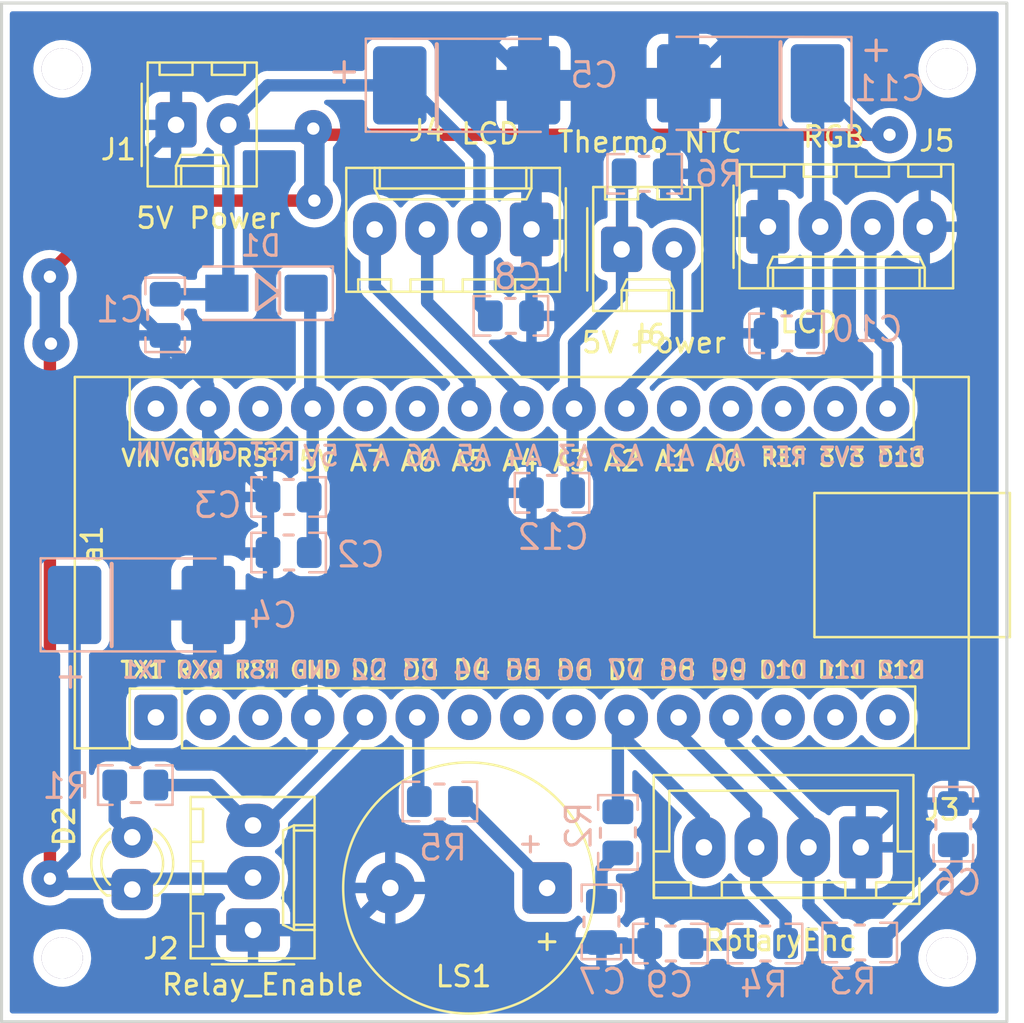
<source format=kicad_pcb>
(kicad_pcb (version 20211014) (generator pcbnew)
  (layers (0 "F.Cu" signal) (31 "B.Cu" signal) (34 "B.Paste" user) (35 "F.Paste" user) (36 "B.SilkS" user "B.Silkscreen") (37 "F.SilkS" user "F.Silkscreen") (38 "B.Mask" user) (39 "F.Mask" user) (44 "Edge.Cuts" user))
  (net 0 "")
  (net 1 "GND")
  (net 2 "/buzzer_enable")
  (net 3 "/heater_relay_enable")
  (net 4 "/rot_button_mcu")
  (net 5 "/rot_left_mcu")
  (net 6 "/rot_right_mcu")
  (net 7 "/rgb_led")
  (net 8 "/enable_ntc_check")
  (net 9 "/ntc_temp_adc")
  (net 10 "/sda")
  (net 11 "/scl")
  (net 12 "5V_arduino")
  (net 13 "5V")
  (net 14 "Net-(C7-Pad1)")
  (net 15 "Net-(D2-PadK)")
  (net 16 "Net-(LS1-Pad1)")
  (net 34 "Net-(C6-Pad1)")
  (net 35 "Net-(C9-Pad1)")
  (footprint "myFootPrintLibs:LED_D3.0mm" (layer "F.Cu") (at 59.4 73.675 90)
    (fp_text reference "D2" (at 3.075 -3.3 90) (layer "F.SilkS"))
    (fp_text value "LED" hide)
    (pad "A" thru_hole roundrect (at 0 0 90) (size 2 2) (drill 0.8) (layers *.Cu *.Mask) (roundrect_rratio 0.22) (net 13 "5V"))
    (pad "K" thru_hole oval (at 2.54 0 90) (size 2 2) (drill 0.8) (layers *.Cu *.Mask) (net 15 "Net-(D2-PadK)"))
  )
  (footprint "myFootPrintLibs:Arduino_Nano_order" (layer "F.Cu") (at 60.55 65.41 90)
    (fp_text reference "a1" (at 8.5 -3.1 -90) (layer "F.SilkS"))
    (fp_text value "Arduino_Nano_v2.x")
    (fp_text user "D13 3V3 REF" (at 12.8 33.4 unlocked) (layer "B.SilkS") (effects (font (size 0.8 0.8)) (justify mirror)))
    (fp_text user "A0 A1 A2 A3 A4 A5 A6 A7 5V" (at 12.8 17.9 unlocked) (layer "B.SilkS") (effects (font (size 0.96 0.96)) (justify mirror)))
    (fp_text user "RST GND VIN" (at 13 2.9 unlocked) (layer "B.SilkS") (effects (font (size 0.8 0.8)) (justify mirror)))
    (fp_text user "GND RST RX0 TX1" (at 2.4 3.7 unlocked) (layer "B.SilkS") (effects (font (size 0.78 0.78)) (justify mirror)))
    (fp_text user "D9 D8 D7 D6 D5 D4 D3 D2" (at 2.4 19.1 unlocked) (layer "B.SilkS") (effects (font (size 0.92 0.92)) (justify mirror)))
    (fp_text user "D12 D11 D10" (at 2.4 33.4 unlocked) (layer "B.SilkS") (effects (font (size 0.78 0.78)) (justify mirror)))
    (fp_text user "TX1 RX0 RST GND" (at 2.4 3.6 unlocked) (layer "F.SilkS") (effects (font (size 0.78 0.78))))
    (fp_text user "REF 3V3 D13" (at 12.7 33.4 unlocked) (layer "F.SilkS") (effects (font (size 0.8 0.8))))
    (fp_text user "D2 D3 D4 D5 D6 D7 D8 D9" (at 2.4 19.1 unlocked) (layer "F.SilkS") (effects (font (size 0.92 0.92))))
    (fp_text user "D10 D11 D12" (at 2.4 33.3 unlocked) (layer "F.SilkS") (effects (font (size 0.78 0.78))))
    (fp_text user "VIN GND RST" (at 12.7 2.2 unlocked) (layer "F.SilkS") (effects (font (size 0.8 0.8))))
    (fp_text user "5V A7 A6 A5 A4 A3 A2 A1 A0" (at 12.55 17.7 unlocked) (layer "F.SilkS") (effects (font (size 0.96 0.96))))
    (pad "1" thru_hole roundrect (at 0.1 0 90) (size 2.2 2.1) (drill 0.8) (layers *.Cu *.Mask) (roundrect_rratio 0.15))
    (pad "2" thru_hole oval (at 0.1 2.54 90) (size 2.2 2.1) (drill 0.8) (layers *.Cu *.Mask))
    (pad "3" thru_hole oval (at 0.1 5.08 90) (size 2.2 2.1) (drill 0.8) (layers *.Cu *.Mask))
    (pad "4" thru_hole oval (at 0.1 7.62 90) (size 2.2 2.1) (drill 0.8) (layers *.Cu *.Mask) (net 1 "GND"))
    (pad "5" thru_hole oval (at 0.1 10.16 90) (size 2.2 2.1) (drill 0.8) (layers *.Cu *.Mask) (net 3 "/heater_relay_enable"))
    (pad "6" thru_hole oval (at 0.1 12.7 90) (size 2.2 2.1) (drill 0.8) (layers *.Cu *.Mask) (net 2 "/buzzer_enable"))
    (pad "7" thru_hole oval (at 0.1 15.24 90) (size 2.2 2.1) (drill 0.8) (layers *.Cu *.Mask))
    (pad "8" thru_hole oval (at 0.1 17.78 90) (size 2.2 2.1) (drill 0.8) (layers *.Cu *.Mask))
    (pad "9" thru_hole oval (at 0.1 20.32 90) (size 2.2 2.1) (drill 0.8) (layers *.Cu *.Mask))
    (pad "10" thru_hole oval (at 0.1 22.86 90) (size 2.2 2.1) (drill 0.8) (layers *.Cu *.Mask) (net 4 "/rot_button_mcu"))
    (pad "11" thru_hole oval (at 0.1 25.4 90) (size 2.2 2.1) (drill 0.8) (layers *.Cu *.Mask) (net 5 "/rot_left_mcu"))
    (pad "12" thru_hole oval (at 0.1 27.94 90) (size 2.2 2.1) (drill 0.8) (layers *.Cu *.Mask) (net 6 "/rot_right_mcu"))
    (pad "13" thru_hole oval (at 0.1 30.48 90) (size 2.2 2.1) (drill 0.8) (layers *.Cu *.Mask))
    (pad "14" thru_hole oval (at 0.1 33.02 90) (size 2.2 2.1) (drill 0.8) (layers *.Cu *.Mask))
    (pad "15" thru_hole oval (at 0.1 35.56 90) (size 2.2 2.1) (drill 0.8) (layers *.Cu *.Mask))
    (pad "16" thru_hole oval (at 15.1 35.56 90) (size 2.2 2.1) (drill 0.8) (layers *.Cu *.Mask) (net 7 "/rgb_led"))
    (pad "17" thru_hole oval (at 15.1 33.02 90) (size 2.2 2.1) (drill 0.8) (layers *.Cu *.Mask))
    (pad "18" thru_hole oval (at 15.1 30.48 90) (size 2.2 2.1) (drill 0.8) (layers *.Cu *.Mask))
    (pad "19" thru_hole oval (at 15.1 27.94 90) (size 2.2 2.1) (drill 0.8) (layers *.Cu *.Mask))
    (pad "20" thru_hole oval (at 15.1 25.4 90) (size 2.2 2.1) (drill 0.8) (layers *.Cu *.Mask))
    (pad "21" thru_hole oval (at 15.1 22.86 90) (size 2.2 2.1) (drill 0.8) (layers *.Cu *.Mask) (net 8 "/enable_ntc_check"))
    (pad "22" thru_hole oval (at 15.1 20.32 90) (size 2.2 2.1) (drill 0.8) (layers *.Cu *.Mask) (net 9 "/ntc_temp_adc"))
    (pad "23" thru_hole oval (at 15.1 17.78 90) (size 2.2 2.1) (drill 0.8) (layers *.Cu *.Mask) (net 10 "/sda"))
    (pad "24" thru_hole oval (at 15.1 15.24 90) (size 2.2 2.1) (drill 0.8) (layers *.Cu *.Mask) (net 11 "/scl"))
    (pad "25" thru_hole oval (at 15.1 12.7 90) (size 2.2 2.1) (drill 0.8) (layers *.Cu *.Mask))
    (pad "26" thru_hole oval (at 15.1 10.16 90) (size 2.2 2.1) (drill 0.8) (layers *.Cu *.Mask))
    (pad "27" thru_hole oval (at 15.1 7.62 90) (size 2.2 2.1) (drill 0.8) (layers *.Cu *.Mask) (net 12 "5V_arduino"))
    (pad "28" thru_hole oval (at 15.1 5.08 90) (size 2.2 2.1) (drill 0.8) (layers *.Cu *.Mask))
    (pad "29" thru_hole oval (at 15.1 2.54 90) (size 2.2 2.1) (drill 0.8) (layers *.Cu *.Mask) (net 1 "GND"))
    (pad "30" thru_hole oval (at 15.1 0 90) (size 2.2 2.1) (drill 0.8) (layers *.Cu *.Mask))
  )
  (footprint "myFootPrintLibs:MountingHole_2.0mm" (layer "F.Cu") (at 56 33.8)
    (fp_text reference "H3" hide)
    (fp_text value "MountingHole" hide)
    (pad "" thru_hole circle locked (at 0 0) (size 2 2) (drill 2) (layers *.Cu *.Mask))
  )
  (footprint "myFootPrintLibs:MountingHole_2.0mm" (layer "F.Cu") (at 99 77)
    (fp_text reference "H1" hide)
    (fp_text value "MountingHole" hide)
    (pad "" thru_hole circle locked (at 0 0) (size 2 2) (drill 2) (layers *.Cu *.Mask))
  )
  (footprint "myFootPrintLibs:MountingHole_2.0mm" (layer "F.Cu") (at 56 77)
    (fp_text reference "H4" hide)
    (fp_text value "MountingHole" hide)
    (pad "" thru_hole circle locked (at 0 0) (size 2 2) (drill 2) (layers *.Cu *.Mask))
  )
  (footprint "myFootPrintLibs:Molex_KK-254_1x02_P2.54mm_Vertical_order" (layer "F.Cu") (at 83.18 42.57)
    (fp_text reference "J6" (at 1.32 4.18 180) (layer "F.SilkS"))
    (fp_text value "Thermo JST_2.54_1X02")
    (fp_text user "5V Power" (at 1.57 4.53 180) (layer "F.SilkS"))
    (fp_text user "Thermo NTC" (at 1.37 -5.22) (layer "F.SilkS"))
    (pad "1" thru_hole roundrect (at 0 0) (size 2 2.2) (drill 0.8) (layers *.Cu *.Mask) (roundrect_rratio 0.144) (net 9 "/ntc_temp_adc"))
    (pad "2" thru_hole oval (at 2.54 0) (size 2.1 2.1) (drill 0.8) (layers *.Cu *.Mask) (net 8 "/enable_ntc_check"))
  )
  (footprint "myFootPrintLibs:Molex_KK-254_AE-6410-03A_1x03_P2.54mm_Vertical" (layer "F.Cu") (at 65.27 75.64 90)
    (fp_text reference "J2" (at -0.91 -4.47 180) (layer "F.SilkS"))
    (fp_text value "Conn_01x03")
    (fp_text user "Relay_Enable" (at -2.66 0.48 180) (layer "F.SilkS"))
    (pad "1" thru_hole roundrect (at 0 0 90) (size 2.1 2.6) (drill 0.8) (layers *.Cu *.Mask) (roundrect_rratio 0.144) (net 1 "GND"))
    (pad "2" thru_hole oval (at 2.54 0 90) (size 2.1 2.6) (drill 0.8) (layers *.Cu *.Mask) (net 13 "5V"))
    (pad "3" thru_hole oval (at 5.08 0 90) (size 2.1 2.6) (drill 0.8) (layers *.Cu *.Mask) (net 3 "/heater_relay_enable"))
  )
  (footprint "myFootPrintLibs:JST_XH_1x04_P2.54mm_Vertical" (layer "F.Cu") (at 94.8 71.625 180)
    (fp_text reference "J3" (at -3.95 1.825) (layer "F.SilkS"))
    (fp_text value "XH2.54_1X04_RotaryEnc")
    (fp_text user "RotaryEnc" (at 3.9 -4.525 unlocked) (layer "F.SilkS"))
    (pad "1" thru_hole roundrect (at 0 0 180) (size 2.1 3) (drill 0.8) (layers *.Cu *.Mask) (roundrect_rratio 0.147) (net 1 "GND"))
    (pad "2" thru_hole oval (at 2.54 0 180) (size 2.1 3) (drill 0.8) (layers *.Cu *.Mask) (net 6 "/rot_right_mcu"))
    (pad "3" thru_hole oval (at 5.08 0 180) (size 2.1 3) (drill 0.8) (layers *.Cu *.Mask) (net 5 "/rot_left_mcu"))
    (pad "4" thru_hole oval (at 7.62 0 180) (size 2.1 3) (drill 0.8) (layers *.Cu *.Mask) (net 4 "/rot_button_mcu"))
  )
  (footprint "myFootPrintLibs:Molex_KK-254_1x02_P2.54mm_Vertical_order" (layer "F.Cu") (at 61.53 36.52)
    (fp_text reference "J1" (at -2.8 1.2) (layer "F.SilkS"))
    (fp_text value "Conn_01x02_Male")
    (fp_text user "5V Power" (at 1.57 4.53 180) (layer "F.SilkS"))
    (pad "1" thru_hole roundrect (at 0 0) (size 2 2.2) (drill 0.8) (layers *.Cu *.Mask) (roundrect_rratio 0.144) (net 1 "GND"))
    (pad "2" thru_hole oval (at 2.54 0) (size 2.1 2.1) (drill 0.8) (layers *.Cu *.Mask) (net 13 "5V"))
  )
  (footprint "myFootPrintLibs:Molex_KK-254_1x04_P2.54mm_Vertical_order" (layer "F.Cu") (at 90.29 41.47)
    (fp_text reference "J5" (at 8.21 -4.17 180) (layer "F.SilkS"))
    (fp_text value "RGB Conn_01x04")
    (fp_text user "RGB" (at 3.21 -4.37) (layer "F.SilkS"))
    (fp_text user "LCD" (at 2 4.65 -180) (layer "F.SilkS"))
    (pad "1" thru_hole roundrect (at 0 0) (size 2.1 2.6) (drill 0.8) (layers *.Cu *.Mask) (roundrect_rratio 0.144) (net 1 "GND"))
    (pad "2" thru_hole oval (at 2.54 0) (size 2.1 2.6) (drill 0.8) (layers *.Cu *.Mask) (net 13 "5V"))
    (pad "3" thru_hole oval (at 5.08 0) (size 2.1 2.6) (drill 0.8) (layers *.Cu *.Mask) (net 7 "/rgb_led"))
    (pad "4" thru_hole oval (at 7.62 0) (size 2.1 2.6) (drill 0.8) (layers *.Cu *.Mask) (net 1 "GND"))
  )
  (footprint "myFootPrintLibs:Buzzer_12x9.5RM7.6" (layer "F.Cu") (at 75.75 73.6 180)
    (fp_text reference "LS1" (at 0.25 -4.3) (layer "F.SilkS"))
    (fp_text value "Speaker")
    (fp_text user "+" (at -3 2.2) (layer "B.SilkS"))
    (fp_text user "+" (at -3.81 -2.54) (layer "F.SilkS"))
    (pad "1" thru_hole roundrect (at -3.81 0 180) (size 2.4 2.5) (drill 0.8) (layers *.Cu *.Mask) (roundrect_rratio 0.15) (net 16 "Net-(LS1-Pad1)"))
    (pad "2" thru_hole oval (at 3.81 0 180) (size 2.4 2.5) (drill 0.8) (layers *.Cu *.Mask) (net 1 "GND"))
  )
  (footprint "myFootPrintLibs:Molex_KK-254_1x04_P2.54mm_Vertical_order" (layer "F.Cu") (at 78.8 41.6 180)
    (fp_text reference "J4" (at 5.1 4.8) (layer "F.SilkS"))
    (fp_text value "LCD_JST_2.54_1X04")
    (fp_text user "LCD" (at 2 4.65) (layer "F.SilkS"))
    (pad "1" thru_hole roundrect (at 0 0 180) (size 2.1 2.6) (drill 0.8) (layers *.Cu *.Mask) (roundrect_rratio 0.144) (net 1 "GND"))
    (pad "2" thru_hole oval (at 2.54 0 180) (size 2.1 2.6) (drill 0.8) (layers *.Cu *.Mask) (net 13 "5V"))
    (pad "3" thru_hole oval (at 5.08 0 180) (size 2.1 2.6) (drill 0.8) (layers *.Cu *.Mask) (net 10 "/sda"))
    (pad "4" thru_hole oval (at 7.62 0 180) (size 2.1 2.6) (drill 0.8) (layers *.Cu *.Mask) (net 11 "/scl"))
  )
  (footprint "myFootPrintLibs:MountingHole_2.0mm" (layer "F.Cu") (at 99 33.8)
    (fp_text reference "H2" hide)
    (fp_text value "MountingHole" hide)
    (pad "" thru_hole circle locked (at 0 0) (size 2 2) (drill 2) (layers *.Cu *.Mask))
  )
  (footprint "myFootPrintLibs:CP_EIA-7343-20_Kemet-V_Pad2.25x2.55mm_HandSolder" (layer "B.Cu") (at 89.5 34.5 180)
    (fp_text reference "C11" (at -6.7 -0.25 180) (layer "B.SilkS") (effects (font (size 1.2 1.2)) (justify mirror)))
    (fp_text value "330uf")
    (fp_text user "+" (at -6.05 1.7) (layer "B.SilkS") (effects (font (size 1.3 1.3) (thickness 0.16)) (justify mirror)))
    (pad "1" smd roundrect (at -3.2 0 180) (size 2.6 3.8) (layers "B.Cu" "B.Paste" "B.Mask") (roundrect_rratio 0.111) (net 13 "5V"))
    (pad "2" smd roundrect (at 3.3 0 180) (size 2.6 3.8) (layers "B.Cu" "B.Paste" "B.Mask") (roundrect_rratio 0.111) (net 1 "GND"))
  )
  (footprint "myFootPrintLibs:R_C_0805_2012Metric_Pad1.20x1.50mm_HandSolder" (layer "B.Cu") (at 83 70.9 90)
    (fp_text reference "R2" (at 0.33 -1.9 90) (layer "B.SilkS") (effects (font (size 1.2 1.2) (thickness 0.155)) (justify mirror)))
    (fp_text value "4.7k")
    (pad "1" smd roundrect (at -1 0 90) (size 1.2 1.5) (layers "B.Cu" "B.Paste" "B.Mask") (roundrect_rratio 0.208) (net 14 "Net-(C7-Pad1)"))
    (pad "2" smd roundrect (at 1 0 90) (size 1.2 1.5) (layers "B.Cu" "B.Paste" "B.Mask") (roundrect_rratio 0.208) (net 4 "/rot_button_mcu"))
  )
  (footprint "myFootPrintLibs:R_C_0805_2012Metric_Pad1.20x1.50mm_HandSolder" (layer "B.Cu") (at 59.55 68.6 180)
    (fp_text reference "R1" (at 3.35 -0.05) (layer "B.SilkS") (effects (font (size 1.2 1.2) (thickness 0.155)) (justify mirror)))
    (fp_text value "3k")
    (pad "1" smd roundrect (at -1 0 180) (size 1.2 1.5) (layers "B.Cu" "B.Paste" "B.Mask") (roundrect_rratio 0.208) (net 3 "/heater_relay_enable"))
    (pad "2" smd roundrect (at 1 0 180) (size 1.2 1.5) (layers "B.Cu" "B.Paste" "B.Mask") (roundrect_rratio 0.208) (net 15 "Net-(D2-PadK)"))
  )
  (footprint "myFootPrintLibs:R_C_0805_2012Metric_Pad1.20x1.50mm_HandSolder" (layer "B.Cu") (at 77.8 45.8)
    (fp_text reference "C8" (at 0.33 -1.9) (layer "B.SilkS") (effects (font (size 1.2 1.2) (thickness 0.155)) (justify mirror)))
    (fp_text value "47uf")
    (pad "1" smd roundrect (at -1 0) (size 1.2 1.5) (layers "B.Cu" "B.Paste" "B.Mask") (roundrect_rratio 0.208) (net 13 "5V"))
    (pad "2" smd roundrect (at 1 0) (size 1.2 1.5) (layers "B.Cu" "B.Paste" "B.Mask") (roundrect_rratio 0.208) (net 1 "GND"))
  )
  (footprint "myFootPrintLibs:R_C_0805_2012Metric_Pad1.20x1.50mm_HandSolder" (layer "B.Cu") (at 85.55 76.3 180)
    (fp_text reference "C9" (at 0.05 -2) (layer "B.SilkS") (effects (font (size 1.2 1.2) (thickness 0.155)) (justify mirror)))
    (fp_text value "100nf")
    (pad "1" smd roundrect (at -1 0 180) (size 1.2 1.5) (layers "B.Cu" "B.Paste" "B.Mask") (roundrect_rratio 0.208) (net 35 "Net-(C9-Pad1)"))
    (pad "2" smd roundrect (at 1 0 180) (size 1.2 1.5) (layers "B.Cu" "B.Paste" "B.Mask") (roundrect_rratio 0.208) (net 1 "GND"))
  )
  (footprint "myFootPrintLibs:R_C_0805_2012Metric_Pad1.20x1.50mm_HandSolder" (layer "B.Cu") (at 74.35 69.4)
    (fp_text reference "R5" (at 0.155 2.25) (layer "B.SilkS") (effects (font (size 1.2 1.2) (thickness 0.155)) (justify mirror)))
    (fp_text value "120")
    (pad "1" smd roundrect (at -1 0) (size 1.2 1.5) (layers "B.Cu" "B.Paste" "B.Mask") (roundrect_rratio 0.208) (net 2 "/buzzer_enable"))
    (pad "2" smd roundrect (at 1 0) (size 1.2 1.5) (layers "B.Cu" "B.Paste" "B.Mask") (roundrect_rratio 0.208) (net 16 "Net-(LS1-Pad1)"))
  )
  (footprint "myFootPrintLibs:CP_EIA-7343-20_Kemet-V_Pad2.25x2.55mm_HandSolder" (layer "B.Cu") (at 59.8 59.85)
    (fp_text reference "C4" (at 6.45 0.5 180) (layer "B.SilkS") (effects (font (size 1.2 1.2)) (justify mirror)))
    (fp_text value "220uf")
    (fp_text user "+" (at -3.4 3.4) (layer "B.SilkS") (effects (font (size 1.3 1.3) (thickness 0.16)) (justify mirror)))
    (pad "1" smd roundrect (at -3.2 0) (size 2.6 3.8) (layers "B.Cu" "B.Paste" "B.Mask") (roundrect_rratio 0.111) (net 13 "5V"))
    (pad "2" smd roundrect (at 3.3 0) (size 2.6 3.8) (layers "B.Cu" "B.Paste" "B.Mask") (roundrect_rratio 0.111) (net 1 "GND"))
  )
  (footprint "myFootPrintLibs:R_C_0805_2012Metric_Pad1.20x1.50mm_HandSolder" (layer "B.Cu") (at 79.8 54.4 180)
    (fp_text reference "C12" (at -0.05 -2.15) (layer "B.SilkS") (effects (font (size 1.2 1.2) (thickness 0.155)) (justify mirror)))
    (fp_text value "1nf")
    (pad "1" smd roundrect (at -1 0 180) (size 1.2 1.5) (layers "B.Cu" "B.Paste" "B.Mask") (roundrect_rratio 0.208) (net 9 "/ntc_temp_adc"))
    (pad "2" smd roundrect (at 1 0 180) (size 1.2 1.5) (layers "B.Cu" "B.Paste" "B.Mask") (roundrect_rratio 0.208) (net 1 "GND"))
  )
  (footprint "myFootPrintLibs:R_C_0805_2012Metric_Pad1.20x1.50mm_HandSolder" (layer "B.Cu") (at 67 54.6 180)
    (fp_text reference "C3" (at 3.45 -0.4) (layer "B.SilkS") (effects (font (size 1.2 1.2) (thickness 0.155)) (justify mirror)))
    (fp_text value "47uf")
    (pad "1" smd roundrect (at -1 0 180) (size 1.2 1.5) (layers "B.Cu" "B.Paste" "B.Mask") (roundrect_rratio 0.208) (net 12 "5V_arduino"))
    (pad "2" smd roundrect (at 1 0 180) (size 1.2 1.5) (layers "B.Cu" "B.Paste" "B.Mask") (roundrect_rratio 0.208) (net 1 "GND"))
  )
  (footprint "myFootPrintLibs:R_C_0805_2012Metric_Pad1.20x1.50mm_HandSolder" (layer "B.Cu") (at 84.3 38.9)
    (fp_text reference "R6" (at 3.6 0) (layer "B.SilkS") (effects (font (size 1.2 1.2) (thickness 0.155)) (justify mirror)))
    (fp_text value "100k")
    (pad "1" smd roundrect (at -1 0) (size 1.2 1.5) (layers "B.Cu" "B.Paste" "B.Mask") (roundrect_rratio 0.208) (net 9 "/ntc_temp_adc"))
    (pad "2" smd roundrect (at 1 0) (size 1.2 1.5) (layers "B.Cu" "B.Paste" "B.Mask") (roundrect_rratio 0.208) (net 1 "GND"))
  )
  (footprint "myFootPrintLibs:R_C_0805_2012Metric_Pad1.20x1.50mm_HandSolder" (layer "B.Cu") (at 94.75 76.25 180)
    (fp_text reference "R3" (at 0.33 -1.9) (layer "B.SilkS") (effects (font (size 1.2 1.2) (thickness 0.155)) (justify mirror)))
    (fp_text value "4.7k")
    (pad "1" smd roundrect (at -1 0 180) (size 1.2 1.5) (layers "B.Cu" "B.Paste" "B.Mask") (roundrect_rratio 0.208) (net 34 "Net-(C6-Pad1)"))
    (pad "2" smd roundrect (at 1 0 180) (size 1.2 1.5) (layers "B.Cu" "B.Paste" "B.Mask") (roundrect_rratio 0.208) (net 6 "/rot_right_mcu"))
  )
  (footprint "myFootPrintLibs:R_C_0805_2012Metric_Pad1.20x1.50mm_HandSolder" (layer "B.Cu") (at 61 45.75 -90)
    (fp_text reference "C1" (at -0.25 2.2 180) (layer "B.SilkS") (effects (font (size 1.2 1.2) (thickness 0.155)) (justify mirror)))
    (fp_text value "47uf")
    (pad "1" smd roundrect (at -1 0 270) (size 1.2 1.5) (layers "B.Cu" "B.Paste" "B.Mask") (roundrect_rratio 0.208) (net 13 "5V"))
    (pad "2" smd roundrect (at 1 0 270) (size 1.2 1.5) (layers "B.Cu" "B.Paste" "B.Mask") (roundrect_rratio 0.208) (net 1 "GND"))
  )
  (footprint "myFootPrintLibs:R_C_0805_2012Metric_Pad1.20x1.50mm_HandSolder" (layer "B.Cu") (at 99.3 70.5 90)
    (fp_text reference "C6" (at -2.85 0.2 180) (layer "B.SilkS") (effects (font (size 1.2 1.2) (thickness 0.155)) (justify mirror)))
    (fp_text value "100nf")
    (pad "1" smd roundrect (at -1 0 90) (size 1.2 1.5) (layers "B.Cu" "B.Paste" "B.Mask") (roundrect_rratio 0.208) (net 34 "Net-(C6-Pad1)"))
    (pad "2" smd roundrect (at 1 0 90) (size 1.2 1.5) (layers "B.Cu" "B.Paste" "B.Mask") (roundrect_rratio 0.208) (net 1 "GND"))
  )
  (footprint "myFootPrintLibs:R_C_0805_2012Metric_Pad1.20x1.50mm_HandSolder" (layer "B.Cu") (at 82.2 75.25 -90)
    (fp_text reference "C7" (at 2.9 -0.05 180) (layer "B.SilkS") (effects (font (size 1.2 1.2) (thickness 0.155)) (justify mirror)))
    (fp_text value "100nf")
    (pad "1" smd roundrect (at -1 0 270) (size 1.2 1.5) (layers "B.Cu" "B.Paste" "B.Mask") (roundrect_rratio 0.208) (net 14 "Net-(C7-Pad1)"))
    (pad "2" smd roundrect (at 1 0 270) (size 1.2 1.5) (layers "B.Cu" "B.Paste" "B.Mask") (roundrect_rratio 0.208) (net 1 "GND"))
  )
  (footprint "myFootPrintLibs:R_C_0805_2012Metric_Pad1.20x1.50mm_HandSolder" (layer "B.Cu") (at 67 57.3 180)
    (fp_text reference "C2" (at -3.5 -0.1) (layer "B.SilkS") (effects (font (size 1.2 1.2) (thickness 0.155)) (justify mirror)))
    (fp_text value "100nf")
    (pad "1" smd roundrect (at -1 0 180) (size 1.2 1.5) (layers "B.Cu" "B.Paste" "B.Mask") (roundrect_rratio 0.208) (net 12 "5V_arduino"))
    (pad "2" smd roundrect (at 1 0 180) (size 1.2 1.5) (layers "B.Cu" "B.Paste" "B.Mask") (roundrect_rratio 0.208) (net 1 "GND"))
  )
  (footprint "myFootPrintLibs:R_C_0805_2012Metric_Pad1.20x1.50mm_HandSolder" (layer "B.Cu") (at 91.2 46.65 180)
    (fp_text reference "C10" (at -3.9 0.2) (layer "B.SilkS") (effects (font (size 1.2 1.2) (thickness 0.155)) (justify mirror)))
    (fp_text value "47uf")
    (pad "1" smd roundrect (at -1 0 180) (size 1.2 1.5) (layers "B.Cu" "B.Paste" "B.Mask") (roundrect_rratio 0.208) (net 13 "5V"))
    (pad "2" smd roundrect (at 1 0 180) (size 1.2 1.5) (layers "B.Cu" "B.Paste" "B.Mask") (roundrect_rratio 0.208) (net 1 "GND"))
  )
  (footprint "myFootPrintLibs:R_C_0805_2012Metric_Pad1.20x1.50mm_HandSolder" (layer "B.Cu") (at 90.15 76.3 180)
    (fp_text reference "R4" (at 0.05 -2) (layer "B.SilkS") (effects (font (size 1.2 1.2) (thickness 0.155)) (justify mirror)))
    (fp_text value "4.7k")
    (pad "1" smd roundrect (at -1 0 180) (size 1.2 1.5) (layers "B.Cu" "B.Paste" "B.Mask") (roundrect_rratio 0.208) (net 5 "/rot_left_mcu"))
    (pad "2" smd roundrect (at 1 0 180) (size 1.2 1.5) (layers "B.Cu" "B.Paste" "B.Mask") (roundrect_rratio 0.208) (net 35 "Net-(C9-Pad1)"))
  )
  (footprint "myFootPrintLibs:D_SMA_Handsoldering" (layer "B.Cu") (at 65.85 44.7 180)
    (fp_text reference "D1" (at 0.2 2.3) (layer "B.SilkS") (effects (justify mirror)))
    (fp_text value "SS12")
    (pad "1" smd roundrect (at -2 0 180) (size 2.1 1.8) (layers "B.Cu" "B.Paste" "B.Mask") (roundrect_rratio 0.1) (net 12 "5V_arduino"))
    (pad "2" smd roundrect (at 1.85 0 180) (size 2.1 1.8) (layers "B.Cu" "B.Paste" "B.Mask") (roundrect_rratio 0.02) (net 13 "5V"))
  )
  (footprint "myFootPrintLibs:CP_EIA-7343-20_Kemet-V_Pad2.25x2.55mm_HandSolder" (layer "B.Cu") (at 75.6 34.6)
    (fp_text reference "C5" (at 6.25 -0.5 180) (layer "B.SilkS") (effects (font (size 1.2 1.2)) (justify mirror)))
    (fp_text value "330uf")
    (fp_text user "+" (at -5.9 -0.75) (layer "B.SilkS") (effects (font (size 1.3 1.3) (thickness 0.16)) (justify mirror)))
    (pad "1" smd roundrect (at -3.2 0) (size 2.6 3.8) (layers "B.Cu" "B.Paste" "B.Mask") (roundrect_rratio 0.111) (net 13 "5V"))
    (pad "2" smd roundrect (at 3.3 0) (size 2.6 3.8) (layers "B.Cu" "B.Paste" "B.Mask") (roundrect_rratio 0.111) (net 1 "GND"))
  )
  (gr_rect (start 53.05 30.6) (end 101.9 80.1) (layer "Edge.Cuts") (width 0.15) (fill none))
  (segment (start 78.9 34.6) (end 76.072161 31.772161) (width 0.6) (layer "B.Cu") (net 1))
  (segment (start 87.87 41.47) (end 85.75 39.35) (width 0.6) (layer "B.Cu") (net 1))
  (segment (start 69.89 75.65) (end 71.94 73.6) (width 0.6) (layer "B.Cu") (net 1))
  (segment (start 61 46.75) (end 61 47.1) (width 0.6) (layer "B.Cu") (net 1))
  (segment (start 85.05 77.75) (end 96.45 77.75) (width 0.6) (layer "B.Cu") (net 1))
  (segment (start 63.327839 31.772161) (end 61.53 33.57) (width 0.6) (layer "B.Cu") (net 1))
  (segment (start 66 57.8) (end 66 54.6) (width 0.6) (layer "B.Cu") (net 1))
  (segment (start 85.75 34.95) (end 86.2 34.5) (width 0.6) (layer "B.Cu") (net 1))
  (segment (start 100.9 79.1) (end 100.9 69.5) (width 0.6) (layer "B.Cu") (net 1))
  (segment (start 94.7 32.479108) (end 93.720892 31.5) (width 0.6) (layer "B.Cu") (net 1))
  (segment (start 90.2 46.65) (end 90.2 41.56) (width 0.6) (layer "B.Cu") (net 1))
  (segment (start 85.75 39.35) (end 85.75 34.95) (width 0.6) (layer "B.Cu") (net 1))
  (segment (start 78.8 41.6) (end 78.8 45.8) (width 0.6) (layer "B.Cu") (net 1))
  (segment (start 71.94 73.6) (end 75 73.6) (width 0.6) (layer "B.Cu") (net 1))
  (segment (start 97.91 41.47) (end 97.91 37.702742) (width 0.6) (layer "B.Cu") (net 1))
  (segment (start 97.95 36.487258) (end 96.862742 35.4) (width 0.6) (layer "B.Cu") (net 1))
  (segment (start 59.55 45.493737) (end 60.806263 46.75) (width 0.6) (layer "B.Cu") (net 1))
  (segment (start 89.2 31.5) (end 86.2 34.5) (width 0.6) (layer "B.Cu") (net 1))
  (segment (start 77.9 76.5) (end 84.55 76.5) (width 0.6) (layer "B.Cu") (net 1))
  (segment (start 84.55 76.5) (end 84.55 77.25) (width 0.6) (layer "B.Cu") (net 1))
  (segment (start 78.9 41.5) (end 78.9 34.6) (width 0.6) (layer "B.Cu") (net 1))
  (segment (start 100.9 69.5) (end 96.925 69.5) (width 0.6) (layer "B.Cu") (net 1))
  (segment (start 96.862742 35.4) (end 96.05 35.4) (width 0.6) (layer "B.Cu") (net 1))
  (segment (start 66 54.51) (end 63.09 51.6) (width 0.6) (layer "B.Cu") (net 1))
  (segment (start 97.8 79.1) (end 100.9 79.1) (width 0.6) (layer "B.Cu") (net 1))
  (segment (start 63.09 51.6) (end 63.09 50.51) (width 0.6) (layer "B.Cu") (net 1))
  (segment (start 94.7 34.05) (end 94.7 32.479108) (width 0.6) (layer "B.Cu") (net 1))
  (segment (start 65.18 75.65) (end 69.89 75.65) (width 0.6) (layer "B.Cu") (net 1))
  (segment (start 93.720892 31.5) (end 89.2 31.5) (width 0.6) (layer "B.Cu") (net 1))
  (segment (start 86.1 34.6) (end 86.2 34.5) (width 0.6) (layer "B.Cu") (net 1))
  (segment (start 78.9 34.6) (end 86.1 34.6) (width 0.6) (layer "B.Cu") (net 1))
  (segment (start 96.925 69.5) (end 94.8 71.625) (width 0.6) (layer "B.Cu") (net 1))
  (segment (start 61.53 33.57) (end 61.53 36.52) (width 0.6) (layer "B.Cu") (net 1))
  (segment (start 61.53 36.52) (end 59.55 38.5) (width 0.6) (layer "B.Cu") (net 1))
  (segment (start 96.05 35.4) (end 94.7 34.05) (width 0.6) (layer "B.Cu") (net 1))
  (segment (start 60.806263 46.75) (end 61 46.75) (width 0.6) (layer "B.Cu") (net 1))
  (segment (start 59.55 38.5) (end 59.55 45.493737) (width 0.6) (layer "B.Cu") (net 1))
  (segment (start 66 54.6) (end 66 54.51) (width 0.6) (layer "B.Cu") (net 1))
  (segment (start 96.45 77.75) (end 97.8 79.1) (width 0.6) (layer "B.Cu") (net 1))
  (segment (start 97.91 37.702742) (end 97.95 37.662742) (width 0.6) (layer "B.Cu") (net 1))
  (segment (start 61 47.1) (end 63.09 49.19) (width 0.6) (layer "B.Cu") (net 1))
  (segment (start 84.55 77.25) (end 85.05 77.75) (width 0.6) (layer "B.Cu") (net 1))
  (segment (start 78.8 54.4) (end 78.8 54.68) (width 0.6) (layer "B.Cu") (net 1))
  (segment (start 75 73.6) (end 77.9 76.5) (width 0.6) (layer "B.Cu") (net 1))
  (segment (start 90.2 41.56) (end 90.29 41.47) (width 0.6) (layer "B.Cu") (net 1))
  (segment (start 76.072161 31.772161) (end 63.327839 31.772161) (width 0.6) (layer "B.Cu") (net 1))
  (segment (start 63.09 49.19) (end 63.09 50.31) (width 0.6) (layer "B.Cu") (net 1))
  (segment (start 97.95 37.662742) (end 97.95 36.487258) (width 0.6) (layer "B.Cu") (net 1))
  (segment (start 90.29 41.47) (end 87.87 41.47) (width 0.6) (layer "B.Cu") (net 1))
  (segment (start 73.3 65.36) (end 73.25 65.31) (width 0.6) (layer "B.Cu") (net 2))
  (segment (start 73.3 69.055) (end 73.3 65.36) (width 0.6) (layer "B.Cu") (net 2))
  (segment (start 73.595 69.35) (end 73.3 69.055) (width 0.6) (layer "B.Cu") (net 2))
  (segment (start 65.865 70.56) (end 70.71 65.715) (width 0.6) (layer "B.Cu") (net 3))
  (segment (start 63.21 68.6) (end 65.17 70.56) (width 0.6) (layer "B.Cu") (net 3))
  (segment (start 70.71 65.715) (end 70.71 65.31) (width 0.6) (layer "B.Cu") (net 3))
  (segment (start 60.55 68.6) (end 63.21 68.6) (width 0.6) (layer "B.Cu") (net 3))
  (segment (start 65.17 70.56) (end 65.865 70.56) (width 0.6) (layer "B.Cu") (net 3))
  (segment (start 83.41 66.34) (end 83.41 65.31) (width 0.6) (layer "B.Cu") (net 4))
  (segment (start 87.18 71.625) (end 87.18 70.18) (width 0.6) (layer "B.Cu") (net 4))
  (segment (start 83 65.72) (end 83.41 65.31) (width 0.6) (layer "B.Cu") (net 4))
  (segment (start 87.18 70.18) (end 83.41 66.41) (width 0.6) (layer "B.Cu") (net 4))
  (segment (start 83 69.9) (end 83 65.72) (width 0.6) (layer "B.Cu") (net 4))
  (segment (start 89.72 71.625) (end 89.72 69.82) (width 0.6) (layer "B.Cu") (net 5))
  (segment (start 91.15 75) (end 89.72 73.57) (width 0.6) (layer "B.Cu") (net 5))
  (segment (start 89.72 69.82) (end 85.95 66.05) (width 0.6) (layer "B.Cu") (net 5))
  (segment (start 85.95 66.05) (end 85.95 65.31) (width 0.6) (layer "B.Cu") (net 5))
  (segment (start 91.15 76.3) (end 91.15 75) (width 0.6) (layer "B.Cu") (net 5))
  (segment (start 89.72 73.57) (end 89.72 71.625) (width 0.6) (layer "B.Cu") (net 5))
  (segment (start 93.5 75.7) (end 93.5 76.5) (width 0.6) (layer "B.Cu") (net 6))
  (segment (start 92.26 71.625) (end 92.26 74.46) (width 0.6) (layer "B.Cu") (net 6))
  (segment (start 92.26 74.46) (end 93.5 75.7) (width 0.6) (layer "B.Cu") (net 6))
  (segment (start 88.49 66.49) (end 92.26 70.26) (width 0.6) (layer "B.Cu") (net 6))
  (segment (start 92.26 70.26) (end 92.26 71.625) (width 0.6) (layer "B.Cu") (net 6))
  (segment (start 88.49 65.31) (end 88.49 66.49) (width 0.6) (layer "B.Cu") (net 6))
  (segment (start 95.27 46.47) (end 96.11 47.31) (width 0.6) (layer "B.Cu") (net 7))
  (segment (start 95.37 41.47) (end 95.27 41.57) (width 0.6) (layer "B.Cu") (net 7))
  (segment (start 95.27 41.57) (end 95.27 46.47) (width 0.6) (layer "B.Cu") (net 7))
  (segment (start 96.11 47.31) (end 96.11 50.31) (width 0.6) (layer "B.Cu") (net 7))
  (segment (start 83.41 50.51) (end 83.41 49.39) (width 0.6) (layer "B.Cu") (net 8))
  (segment (start 85.87 46.93) (end 85.87 42.33) (width 0.6) (layer "B.Cu") (net 8))
  (segment (start 83.41 49.39) (end 85.87 46.93) (width 0.6) (layer "B.Cu") (net 8))
  (segment (start 80.87 47.13) (end 83.2 44.8) (width 0.6) (layer "B.Cu") (net 9))
  (segment (start 80.87 50.51) (end 80.87 47.13) (width 0.6) (layer "B.Cu") (net 9))
  (segment (start 83.2 44.8) (end 83.2 39) (width 0.6) (layer "B.Cu") (net 9))
  (segment (start 80.8 50.38) (end 80.87 50.31) (width 0.6) (layer "B.Cu") (net 9))
  (segment (start 83.2 39) (end 83.3 38.9) (width 0.6) (layer "B.Cu") (net 9))
  (segment (start 80.8 54.4) (end 80.8 50.38) (width 0.6) (layer "B.Cu") (net 9))
  (segment (start 73.73 41.61) (end 73.73 45.13) (width 0.6) (layer "B.Cu") (net 10))
  (segment (start 73.73 45.13) (end 78.33 49.73) (width 0.6) (layer "B.Cu") (net 10))
  (segment (start 73.72 41.6) (end 73.73 41.61) (width 0.6) (layer "B.Cu") (net 10))
  (segment (start 78.33 49.73) (end 78.33 50.51) (width 0.6) (layer "B.Cu") (net 10))
  (segment (start 71.19 44.39) (end 75.79 48.99) (width 0.6) (layer "B.Cu") (net 11))
  (segment (start 75.79 48.99) (end 75.79 50.51) (width 0.6) (layer "B.Cu") (net 11))
  (segment (start 71.18 41.6) (end 71.19 41.61) (width 0.6) (layer "B.Cu") (net 11))
  (segment (start 71.19 41.61) (end 71.19 44.39) (width 0.6) (layer "B.Cu") (net 11))
  (segment (start 68.17 57.23) (end 68.17 50.31) (width 0.6) (layer "B.Cu") (net 12))
  (segment (start 67.4 44.75) (end 68.05 45.4) (width 0.6) (layer "B.Cu") (net 12))
  (segment (start 68 57.4) (end 68.17 57.23) (width 0.6) (layer "B.Cu") (net 12))
  (segment (start 68.05 50.19) (end 68.17 50.31) (width 0.6) (layer "B.Cu") (net 12))
  (segment (start 68.05 45.4) (end 68.05 50.19) (width 0.6) (layer "B.Cu") (net 12))
  (segment (start 55.4 73.1) (end 55.4 47.2) (width 0.6) (layer "F.Cu") (net 13))
  (segment (start 68.5 37) (end 96.35 37) (width 0.6) (layer "F.Cu") (net 13))
  (segment (start 55.4 43.7) (end 58.9 40.2) (width 0.6) (layer "F.Cu") (net 13))
  (segment (start 58.9 40.2) (end 68.25 40.2) (width 0.6) (layer "F.Cu") (net 13))
  (segment (start 68.2 36.7) (end 68.5 37) (width 0.6) (layer "F.Cu") (net 13))
  (via (at 55.45 47.15) (size 1.8) (drill 0.6) (layers "F.Cu" "B.Cu") (net 13))
  (via (at 55.4 43.9) (size 1.8) (drill 0.6) (layers "F.Cu" "B.Cu") (net 13))
  (via (at 55.4 73.15) (size 1.8) (drill 0.6) (layers "F.Cu" "B.Cu") (net 13))
  (via (at 68.25 40.2) (size 1.8) (drill 0.6) (layers "F.Cu" "B.Cu") (net 13))
  (via (at 68.2 36.7) (size 1.8) (drill 0.6) (layers "F.Cu" "B.Cu") (net 13))
  (via (at 96.2 37) (size 1.8) (drill 0.6) (layers "F.Cu" "B.Cu") (net 13))
  (segment (start 92.73 41.57) (end 92.73 46.12) (width 0.6) (layer "B.Cu") (net 13))
  (segment (start 92.73 41.37) (end 92.83 41.47) (width 0.6) (layer "B.Cu") (net 13))
  (segment (start 64.07 36.52) (end 64.07 44.63) (width 0.6) (layer "B.Cu") (net 13))
  (segment (start 68.15 37.05) (end 64.6 37.05) (width 0.6) (layer "B.Cu") (net 13))
  (segment (start 92.7 34.5) (end 92.73 34.53) (width 0.6) (layer "B.Cu") (net 13))
  (segment (start 55.65 73.4) (end 59.125 73.4) (width 0.6) (layer "B.Cu") (net 13))
  (segment (start 92.73 46.12) (end 92.2 46.65) (width 0.6) (layer "B.Cu") (net 13))
  (segment (start 56.6 71.95) (end 55.4 73.15) (width 0.6) (layer "B.Cu") (net 13))
  (segment (start 59.925 73.15) (end 65.12 73.15) (width 0.6) (layer "B.Cu") (net 13))
  (segment (start 68.25 36.75) (end 68.2 36.7) (width 0.6) (layer "B.Cu") (net 13))
  (segment (start 92.83 41.47) (end 92.73 41.57) (width 0.6) (layer "B.Cu") (net 13))
  (segment (start 64.6 37.05) (end 64.07 36.52) (width 0.6) (layer "B.Cu") (net 13))
  (segment (start 55.4 43.9) (end 55.4 47.1) (width 1) (layer "B.Cu") (net 13))
  (segment (start 56.6 59.85) (end 56.6 71.95) (width 0.6) (layer "B.Cu") (net 13))
  (segment (start 96.35 37) (end 95.2 37) (width 0.6) (layer "B.Cu") (net 13))
  (segment (start 76.27 38.07) (end 76.27 45.27) (width 0.6) (layer "B.Cu") (net 13))
  (segment (start 64.07 44.63) (end 63.95 44.75) (width 0.6) (layer "B.Cu") (net 13))
  (segment (start 72.4 34.6) (end 72.8 34.6) (width 0.6) (layer "B.Cu") (net 13))
  (segment (start 59.4 73.675) (end 59.925 73.15) (width 0.6) (layer "B.Cu") (net 13))
  (segment (start 64.05 36.54) (end 64.05 37) (width 0.6) (layer "B.Cu") (net 13))
  (segment (start 55.4 73.15) (end 55.65 73.4) (width 0.6) (layer "B.Cu") (net 13))
  (segment (start 65.99 34.6) (end 64.05 36.54) (width 0.6) (layer "B.Cu") (net 13))
  (segment (start 68.25 40.2) (end 68.25 36.75) (width 1) (layer "B.Cu") (net 13))
  (segment (start 72.4 34.6) (end 65.99 34.6) (width 0.6) (layer "B.Cu") (net 13))
  (segment (start 63.95 44.75) (end 64 44.7) (width 0.6) (layer "B.Cu") (net 13))
  (segment (start 59.125 73.4) (end 59.4 73.675) (width 0.6) (layer "B.Cu") (net 13))
  (segment (start 61 44.75) (end 63.95 44.75) (width 0.6) (layer "B.Cu") (net 13))
  (segment (start 92.73 34.53) (end 92.73 41.37) (width 0.6) (layer "B.Cu") (net 13))
  (segment (start 76.27 45.27) (end 76.8 45.8) (width 0.6) (layer "B.Cu") (net 13))
  (segment (start 95.2 37) (end 92.7 34.5) (width 0.6) (layer "B.Cu") (net 13))
  (segment (start 72.8 34.6) (end 76.27 38.07) (width 0.6) (layer "B.Cu") (net 13))
  (segment (start 82.2 72.7) (end 83 71.9) (width 0.6) (layer "B.Cu") (net 14))
  (segment (start 82.2 74.25) (end 82.2 72.7) (width 0.6) (layer "B.Cu") (net 14))
  (segment (start 59.4 71.135) (end 58.55 70.285) (width 0.6) (layer "B.Cu") (net 15))
  (segment (start 58.55 70.285) (end 58.55 68.6) (width 0.6) (layer "B.Cu") (net 15))
  (segment (start 75.505 69.4) (end 79.56 73.455) (width 0.6) (layer "B.Cu") (net 16))
  (segment (start 95.75 76.25) (end 99.45 72.55) (width 0.6) (layer "B.Cu") (net 34))
  (segment (start 99.45 72.55) (end 99.45 71.85) (width 0.6) (layer "B.Cu") (net 34))
  (segment (start 86.55 76.35) (end 89.15 76.35) (width 0.6) (layer "B.Cu") (net 35))
  (zone (net 1) (net_name "GND") (layer "B.Cu") (connect_pads (clearance 0.4)) (min_thickness 0.254) (fill yes (thermal_gap 0.508) (thermal_bridge_width 0.508))
    (polygon (pts (xy 102 80) (xy 53.15 80) (xy 53.3 30.85) (xy 102 30.7)))
  )
)
</source>
